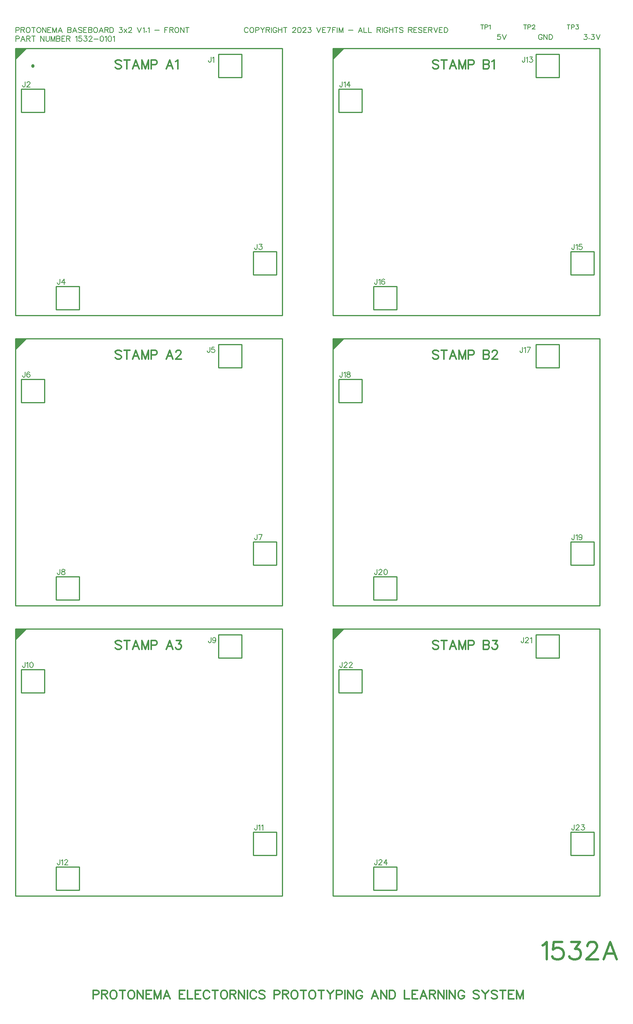
<source format=gto>
G04 Layer: TopSilkscreenLayer*
G04 EasyEDA v6.5.22, 2023-04-02 16:29:49*
G04 1135aa0c46e14357a5d69858543a1a0d,5a6b42c53f6a479593ecc07194224c93,10*
G04 Gerber Generator version 0.2*
G04 Scale: 100 percent, Rotated: No, Reflected: No *
G04 Dimensions in millimeters *
G04 leading zeros omitted , absolute positions ,4 integer and 5 decimal *
%FSLAX45Y45*%
%MOMM*%

%ADD10C,0.2032*%
%ADD11C,0.2030*%
%ADD12C,0.3000*%
%ADD13C,0.1524*%
%ADD14C,0.5000*%
%ADD15C,0.2540*%
%ADD16C,0.6350*%
%ADD17C,0.0143*%

%LPD*%
D10*
X7581900Y21419058D02*
G01*
X7581900Y21304504D01*
X7581900Y21419058D02*
G01*
X7630922Y21419058D01*
X7647431Y21413470D01*
X7652765Y21408136D01*
X7658354Y21397213D01*
X7658354Y21380704D01*
X7652765Y21369781D01*
X7647431Y21364448D01*
X7630922Y21359113D01*
X7581900Y21359113D01*
X7694168Y21419058D02*
G01*
X7694168Y21304504D01*
X7694168Y21419058D02*
G01*
X7743443Y21419058D01*
X7759700Y21413470D01*
X7765288Y21408136D01*
X7770622Y21397213D01*
X7770622Y21386292D01*
X7765288Y21375370D01*
X7759700Y21369781D01*
X7743443Y21364448D01*
X7694168Y21364448D01*
X7732522Y21364448D02*
G01*
X7770622Y21304504D01*
X7839456Y21419058D02*
G01*
X7828534Y21413470D01*
X7817611Y21402548D01*
X7812024Y21391626D01*
X7806690Y21375370D01*
X7806690Y21348192D01*
X7812024Y21331681D01*
X7817611Y21320760D01*
X7828534Y21309837D01*
X7839456Y21304504D01*
X7861045Y21304504D01*
X7871968Y21309837D01*
X7882890Y21320760D01*
X7888477Y21331681D01*
X7893811Y21348192D01*
X7893811Y21375370D01*
X7888477Y21391626D01*
X7882890Y21402548D01*
X7871968Y21413470D01*
X7861045Y21419058D01*
X7839456Y21419058D01*
X7967979Y21419058D02*
G01*
X7967979Y21304504D01*
X7929879Y21419058D02*
G01*
X8006334Y21419058D01*
X8074913Y21419058D02*
G01*
X8063991Y21413470D01*
X8053070Y21402548D01*
X8047736Y21391626D01*
X8042147Y21375370D01*
X8042147Y21348192D01*
X8047736Y21331681D01*
X8053070Y21320760D01*
X8063991Y21309837D01*
X8074913Y21304504D01*
X8096758Y21304504D01*
X8107679Y21309837D01*
X8118602Y21320760D01*
X8124190Y21331681D01*
X8129524Y21348192D01*
X8129524Y21375370D01*
X8124190Y21391626D01*
X8118602Y21402548D01*
X8107679Y21413470D01*
X8096758Y21419058D01*
X8074913Y21419058D01*
X8165591Y21419058D02*
G01*
X8165591Y21304504D01*
X8165591Y21419058D02*
G01*
X8241791Y21304504D01*
X8241791Y21419058D02*
G01*
X8241791Y21304504D01*
X8277859Y21419058D02*
G01*
X8277859Y21304504D01*
X8277859Y21419058D02*
G01*
X8348725Y21419058D01*
X8277859Y21364448D02*
G01*
X8321547Y21364448D01*
X8277859Y21304504D02*
G01*
X8348725Y21304504D01*
X8384793Y21419058D02*
G01*
X8384793Y21304504D01*
X8384793Y21419058D02*
G01*
X8428481Y21304504D01*
X8472170Y21419058D02*
G01*
X8428481Y21304504D01*
X8472170Y21419058D02*
G01*
X8472170Y21304504D01*
X8551672Y21419058D02*
G01*
X8507984Y21304504D01*
X8551672Y21419058D02*
G01*
X8595359Y21304504D01*
X8524493Y21342604D02*
G01*
X8579104Y21342604D01*
X8715247Y21419058D02*
G01*
X8715247Y21304504D01*
X8715247Y21419058D02*
G01*
X8764524Y21419058D01*
X8780779Y21413470D01*
X8786368Y21408136D01*
X8791702Y21397213D01*
X8791702Y21386292D01*
X8786368Y21375370D01*
X8780779Y21369781D01*
X8764524Y21364448D01*
X8715247Y21364448D02*
G01*
X8764524Y21364448D01*
X8780779Y21359113D01*
X8786368Y21353526D01*
X8791702Y21342604D01*
X8791702Y21326348D01*
X8786368Y21315426D01*
X8780779Y21309837D01*
X8764524Y21304504D01*
X8715247Y21304504D01*
X8871458Y21419058D02*
G01*
X8827770Y21304504D01*
X8871458Y21419058D02*
G01*
X8914891Y21304504D01*
X8844025Y21342604D02*
G01*
X8898636Y21342604D01*
X9027413Y21402548D02*
G01*
X9016491Y21413470D01*
X8999981Y21419058D01*
X8978138Y21419058D01*
X8961881Y21413470D01*
X8950959Y21402548D01*
X8950959Y21391626D01*
X8956547Y21380704D01*
X8961881Y21375370D01*
X8972804Y21369781D01*
X9005570Y21359113D01*
X9016491Y21353526D01*
X9021825Y21348192D01*
X9027413Y21337270D01*
X9027413Y21320760D01*
X9016491Y21309837D01*
X8999981Y21304504D01*
X8978138Y21304504D01*
X8961881Y21309837D01*
X8950959Y21320760D01*
X9063227Y21419058D02*
G01*
X9063227Y21304504D01*
X9063227Y21419058D02*
G01*
X9134347Y21419058D01*
X9063227Y21364448D02*
G01*
X9106915Y21364448D01*
X9063227Y21304504D02*
G01*
X9134347Y21304504D01*
X9170161Y21419058D02*
G01*
X9170161Y21304504D01*
X9170161Y21419058D02*
G01*
X9219438Y21419058D01*
X9235693Y21413470D01*
X9241281Y21408136D01*
X9246615Y21397213D01*
X9246615Y21386292D01*
X9241281Y21375370D01*
X9235693Y21369781D01*
X9219438Y21364448D01*
X9170161Y21364448D02*
G01*
X9219438Y21364448D01*
X9235693Y21359113D01*
X9241281Y21353526D01*
X9246615Y21342604D01*
X9246615Y21326348D01*
X9241281Y21315426D01*
X9235693Y21309837D01*
X9219438Y21304504D01*
X9170161Y21304504D01*
X9315450Y21419058D02*
G01*
X9304527Y21413470D01*
X9293606Y21402548D01*
X9288018Y21391626D01*
X9282684Y21375370D01*
X9282684Y21348192D01*
X9288018Y21331681D01*
X9293606Y21320760D01*
X9304527Y21309837D01*
X9315450Y21304504D01*
X9337293Y21304504D01*
X9347961Y21309837D01*
X9358884Y21320760D01*
X9364472Y21331681D01*
X9369806Y21348192D01*
X9369806Y21375370D01*
X9364472Y21391626D01*
X9358884Y21402548D01*
X9347961Y21413470D01*
X9337293Y21419058D01*
X9315450Y21419058D01*
X9449561Y21419058D02*
G01*
X9405874Y21304504D01*
X9449561Y21419058D02*
G01*
X9493250Y21304504D01*
X9422384Y21342604D02*
G01*
X9476740Y21342604D01*
X9529063Y21419058D02*
G01*
X9529063Y21304504D01*
X9529063Y21419058D02*
G01*
X9578340Y21419058D01*
X9594595Y21413470D01*
X9600184Y21408136D01*
X9605518Y21397213D01*
X9605518Y21386292D01*
X9600184Y21375370D01*
X9594595Y21369781D01*
X9578340Y21364448D01*
X9529063Y21364448D01*
X9567418Y21364448D02*
G01*
X9605518Y21304504D01*
X9641586Y21419058D02*
G01*
X9641586Y21304504D01*
X9641586Y21419058D02*
G01*
X9679686Y21419058D01*
X9696195Y21413470D01*
X9706863Y21402548D01*
X9712452Y21391626D01*
X9717786Y21375370D01*
X9717786Y21348192D01*
X9712452Y21331681D01*
X9706863Y21320760D01*
X9696195Y21309837D01*
X9679686Y21304504D01*
X9641586Y21304504D01*
X9848850Y21419058D02*
G01*
X9908793Y21419058D01*
X9876027Y21375370D01*
X9892538Y21375370D01*
X9903459Y21369781D01*
X9908793Y21364448D01*
X9914381Y21348192D01*
X9914381Y21337270D01*
X9908793Y21320760D01*
X9897872Y21309837D01*
X9881615Y21304504D01*
X9865106Y21304504D01*
X9848850Y21309837D01*
X9843261Y21315426D01*
X9837927Y21326348D01*
X9950195Y21380704D02*
G01*
X10010140Y21304504D01*
X10010140Y21380704D02*
G01*
X9950195Y21304504D01*
X10051795Y21391626D02*
G01*
X10051795Y21397213D01*
X10057129Y21408136D01*
X10062718Y21413470D01*
X10073640Y21419058D01*
X10095229Y21419058D01*
X10106152Y21413470D01*
X10111740Y21408136D01*
X10117074Y21397213D01*
X10117074Y21386292D01*
X10111740Y21375370D01*
X10100818Y21359113D01*
X10046208Y21304504D01*
X10122661Y21304504D01*
X10242550Y21419058D02*
G01*
X10286238Y21304504D01*
X10329925Y21419058D02*
G01*
X10286238Y21304504D01*
X10365993Y21397213D02*
G01*
X10376915Y21402548D01*
X10393172Y21419058D01*
X10393172Y21304504D01*
X10434574Y21331681D02*
G01*
X10429240Y21326348D01*
X10434574Y21320760D01*
X10440161Y21326348D01*
X10434574Y21331681D01*
X10475975Y21397213D02*
G01*
X10486897Y21402548D01*
X10503408Y21419058D01*
X10503408Y21304504D01*
X10623295Y21353526D02*
G01*
X10721593Y21353526D01*
X10841481Y21419058D02*
G01*
X10841481Y21304504D01*
X10841481Y21419058D02*
G01*
X10912347Y21419058D01*
X10841481Y21364448D02*
G01*
X10885170Y21364448D01*
X10948415Y21419058D02*
G01*
X10948415Y21304504D01*
X10948415Y21419058D02*
G01*
X10997438Y21419058D01*
X11013947Y21413470D01*
X11019281Y21408136D01*
X11024870Y21397213D01*
X11024870Y21386292D01*
X11019281Y21375370D01*
X11013947Y21369781D01*
X10997438Y21364448D01*
X10948415Y21364448D01*
X10986515Y21364448D02*
G01*
X11024870Y21304504D01*
X11093450Y21419058D02*
G01*
X11082527Y21413470D01*
X11071606Y21402548D01*
X11066272Y21391626D01*
X11060684Y21375370D01*
X11060684Y21348192D01*
X11066272Y21331681D01*
X11071606Y21320760D01*
X11082527Y21309837D01*
X11093450Y21304504D01*
X11115293Y21304504D01*
X11126215Y21309837D01*
X11137138Y21320760D01*
X11142725Y21331681D01*
X11148059Y21348192D01*
X11148059Y21375370D01*
X11142725Y21391626D01*
X11137138Y21402548D01*
X11126215Y21413470D01*
X11115293Y21419058D01*
X11093450Y21419058D01*
X11184127Y21419058D02*
G01*
X11184127Y21304504D01*
X11184127Y21419058D02*
G01*
X11260327Y21304504D01*
X11260327Y21419058D02*
G01*
X11260327Y21304504D01*
X11334495Y21419058D02*
G01*
X11334495Y21304504D01*
X11296395Y21419058D02*
G01*
X11372850Y21419058D01*
X7581900Y21228558D02*
G01*
X7581900Y21114004D01*
X7581900Y21228558D02*
G01*
X7630922Y21228558D01*
X7647431Y21222970D01*
X7652765Y21217636D01*
X7658354Y21206713D01*
X7658354Y21190204D01*
X7652765Y21179281D01*
X7647431Y21173948D01*
X7630922Y21168613D01*
X7581900Y21168613D01*
X7737856Y21228558D02*
G01*
X7694168Y21114004D01*
X7737856Y21228558D02*
G01*
X7781543Y21114004D01*
X7710677Y21152104D02*
G01*
X7765288Y21152104D01*
X7817611Y21228558D02*
G01*
X7817611Y21114004D01*
X7817611Y21228558D02*
G01*
X7866634Y21228558D01*
X7882890Y21222970D01*
X7888477Y21217636D01*
X7893811Y21206713D01*
X7893811Y21195792D01*
X7888477Y21184870D01*
X7882890Y21179281D01*
X7866634Y21173948D01*
X7817611Y21173948D01*
X7855711Y21173948D02*
G01*
X7893811Y21114004D01*
X7967979Y21228558D02*
G01*
X7967979Y21114004D01*
X7929879Y21228558D02*
G01*
X8006334Y21228558D01*
X8126222Y21228558D02*
G01*
X8126222Y21114004D01*
X8126222Y21228558D02*
G01*
X8202675Y21114004D01*
X8202675Y21228558D02*
G01*
X8202675Y21114004D01*
X8238743Y21228558D02*
G01*
X8238743Y21146770D01*
X8244077Y21130260D01*
X8255000Y21119337D01*
X8271256Y21114004D01*
X8282177Y21114004D01*
X8298688Y21119337D01*
X8309609Y21130260D01*
X8314943Y21146770D01*
X8314943Y21228558D01*
X8351011Y21228558D02*
G01*
X8351011Y21114004D01*
X8351011Y21228558D02*
G01*
X8394700Y21114004D01*
X8438388Y21228558D02*
G01*
X8394700Y21114004D01*
X8438388Y21228558D02*
G01*
X8438388Y21114004D01*
X8474202Y21228558D02*
G01*
X8474202Y21114004D01*
X8474202Y21228558D02*
G01*
X8523477Y21228558D01*
X8539734Y21222970D01*
X8545068Y21217636D01*
X8550656Y21206713D01*
X8550656Y21195792D01*
X8545068Y21184870D01*
X8539734Y21179281D01*
X8523477Y21173948D01*
X8474202Y21173948D02*
G01*
X8523477Y21173948D01*
X8539734Y21168613D01*
X8545068Y21163026D01*
X8550656Y21152104D01*
X8550656Y21135848D01*
X8545068Y21124926D01*
X8539734Y21119337D01*
X8523477Y21114004D01*
X8474202Y21114004D01*
X8586724Y21228558D02*
G01*
X8586724Y21114004D01*
X8586724Y21228558D02*
G01*
X8657590Y21228558D01*
X8586724Y21173948D02*
G01*
X8630158Y21173948D01*
X8586724Y21114004D02*
G01*
X8657590Y21114004D01*
X8693658Y21228558D02*
G01*
X8693658Y21114004D01*
X8693658Y21228558D02*
G01*
X8742679Y21228558D01*
X8758936Y21222970D01*
X8764524Y21217636D01*
X8769858Y21206713D01*
X8769858Y21195792D01*
X8764524Y21184870D01*
X8758936Y21179281D01*
X8742679Y21173948D01*
X8693658Y21173948D01*
X8731758Y21173948D02*
G01*
X8769858Y21114004D01*
X8890000Y21206713D02*
G01*
X8900922Y21212048D01*
X8917177Y21228558D01*
X8917177Y21114004D01*
X9018524Y21228558D02*
G01*
X8964168Y21228558D01*
X8958579Y21179281D01*
X8964168Y21184870D01*
X8980424Y21190204D01*
X8996679Y21190204D01*
X9013190Y21184870D01*
X9024111Y21173948D01*
X9029445Y21157692D01*
X9029445Y21146770D01*
X9024111Y21130260D01*
X9013190Y21119337D01*
X8996679Y21114004D01*
X8980424Y21114004D01*
X8964168Y21119337D01*
X8958579Y21124926D01*
X8953245Y21135848D01*
X9076436Y21228558D02*
G01*
X9136379Y21228558D01*
X9103613Y21184870D01*
X9120124Y21184870D01*
X9131045Y21179281D01*
X9136379Y21173948D01*
X9141968Y21157692D01*
X9141968Y21146770D01*
X9136379Y21130260D01*
X9125458Y21119337D01*
X9109202Y21114004D01*
X9092691Y21114004D01*
X9076436Y21119337D01*
X9071102Y21124926D01*
X9065513Y21135848D01*
X9183370Y21201126D02*
G01*
X9183370Y21206713D01*
X9188704Y21217636D01*
X9194291Y21222970D01*
X9205213Y21228558D01*
X9227058Y21228558D01*
X9237979Y21222970D01*
X9243313Y21217636D01*
X9248902Y21206713D01*
X9248902Y21195792D01*
X9243313Y21184870D01*
X9232391Y21168613D01*
X9177781Y21114004D01*
X9254236Y21114004D01*
X9290304Y21163026D02*
G01*
X9388347Y21163026D01*
X9457181Y21228558D02*
G01*
X9440925Y21222970D01*
X9430004Y21206713D01*
X9424415Y21179281D01*
X9424415Y21163026D01*
X9430004Y21135848D01*
X9440925Y21119337D01*
X9457181Y21114004D01*
X9468104Y21114004D01*
X9484359Y21119337D01*
X9495281Y21135848D01*
X9500870Y21163026D01*
X9500870Y21179281D01*
X9495281Y21206713D01*
X9484359Y21222970D01*
X9468104Y21228558D01*
X9457181Y21228558D01*
X9536684Y21206713D02*
G01*
X9547606Y21212048D01*
X9564115Y21228558D01*
X9564115Y21114004D01*
X9632695Y21228558D02*
G01*
X9616440Y21222970D01*
X9605518Y21206713D01*
X9600184Y21179281D01*
X9600184Y21163026D01*
X9605518Y21135848D01*
X9616440Y21119337D01*
X9632695Y21114004D01*
X9643618Y21114004D01*
X9660127Y21119337D01*
X9671050Y21135848D01*
X9676384Y21163026D01*
X9676384Y21179281D01*
X9671050Y21206713D01*
X9660127Y21222970D01*
X9643618Y21228558D01*
X9632695Y21228558D01*
X9712452Y21206713D02*
G01*
X9723374Y21212048D01*
X9739629Y21228558D01*
X9739629Y21114004D01*
D11*
X12667488Y21391626D02*
G01*
X12662154Y21402548D01*
X12651231Y21413470D01*
X12640309Y21419058D01*
X12618465Y21419058D01*
X12607543Y21413470D01*
X12596622Y21402548D01*
X12591034Y21391626D01*
X12585700Y21375370D01*
X12585700Y21348192D01*
X12591034Y21331681D01*
X12596622Y21320760D01*
X12607543Y21309837D01*
X12618465Y21304504D01*
X12640309Y21304504D01*
X12651231Y21309837D01*
X12662154Y21320760D01*
X12667488Y21331681D01*
X12736322Y21419058D02*
G01*
X12725400Y21413470D01*
X12714477Y21402548D01*
X12708890Y21391626D01*
X12703556Y21375370D01*
X12703556Y21348192D01*
X12708890Y21331681D01*
X12714477Y21320760D01*
X12725400Y21309837D01*
X12736322Y21304504D01*
X12758165Y21304504D01*
X12769088Y21309837D01*
X12779756Y21320760D01*
X12785343Y21331681D01*
X12790677Y21348192D01*
X12790677Y21375370D01*
X12785343Y21391626D01*
X12779756Y21402548D01*
X12769088Y21413470D01*
X12758165Y21419058D01*
X12736322Y21419058D01*
X12826745Y21419058D02*
G01*
X12826745Y21304504D01*
X12826745Y21419058D02*
G01*
X12875768Y21419058D01*
X12892277Y21413470D01*
X12897611Y21408136D01*
X12903200Y21397213D01*
X12903200Y21380704D01*
X12897611Y21369781D01*
X12892277Y21364448D01*
X12875768Y21359113D01*
X12826745Y21359113D01*
X12939268Y21419058D02*
G01*
X12982702Y21364448D01*
X12982702Y21304504D01*
X13026390Y21419058D02*
G01*
X12982702Y21364448D01*
X13062458Y21419058D02*
G01*
X13062458Y21304504D01*
X13062458Y21419058D02*
G01*
X13111479Y21419058D01*
X13127990Y21413470D01*
X13133324Y21408136D01*
X13138911Y21397213D01*
X13138911Y21386292D01*
X13133324Y21375370D01*
X13127990Y21369781D01*
X13111479Y21364448D01*
X13062458Y21364448D01*
X13100558Y21364448D02*
G01*
X13138911Y21304504D01*
X13174725Y21419058D02*
G01*
X13174725Y21304504D01*
X13292581Y21391626D02*
G01*
X13287247Y21402548D01*
X13276325Y21413470D01*
X13265404Y21419058D01*
X13243559Y21419058D01*
X13232638Y21413470D01*
X13221716Y21402548D01*
X13216127Y21391626D01*
X13210793Y21375370D01*
X13210793Y21348192D01*
X13216127Y21331681D01*
X13221716Y21320760D01*
X13232638Y21309837D01*
X13243559Y21304504D01*
X13265404Y21304504D01*
X13276325Y21309837D01*
X13287247Y21320760D01*
X13292581Y21331681D01*
X13292581Y21348192D01*
X13265404Y21348192D02*
G01*
X13292581Y21348192D01*
X13328650Y21419058D02*
G01*
X13328650Y21304504D01*
X13404850Y21419058D02*
G01*
X13404850Y21304504D01*
X13328650Y21364448D02*
G01*
X13404850Y21364448D01*
X13479272Y21419058D02*
G01*
X13479272Y21304504D01*
X13440918Y21419058D02*
G01*
X13517372Y21419058D01*
X13642847Y21391626D02*
G01*
X13642847Y21397213D01*
X13648181Y21408136D01*
X13653770Y21413470D01*
X13664691Y21419058D01*
X13686536Y21419058D01*
X13697458Y21413470D01*
X13702791Y21408136D01*
X13708125Y21397213D01*
X13708125Y21386292D01*
X13702791Y21375370D01*
X13691870Y21359113D01*
X13637259Y21304504D01*
X13713713Y21304504D01*
X13782547Y21419058D02*
G01*
X13766038Y21413470D01*
X13755116Y21397213D01*
X13749781Y21369781D01*
X13749781Y21353526D01*
X13755116Y21326348D01*
X13766038Y21309837D01*
X13782547Y21304504D01*
X13793216Y21304504D01*
X13809725Y21309837D01*
X13820647Y21326348D01*
X13825981Y21353526D01*
X13825981Y21369781D01*
X13820647Y21397213D01*
X13809725Y21413470D01*
X13793216Y21419058D01*
X13782547Y21419058D01*
X13867638Y21391626D02*
G01*
X13867638Y21397213D01*
X13872972Y21408136D01*
X13878306Y21413470D01*
X13889227Y21419058D01*
X13911072Y21419058D01*
X13921993Y21413470D01*
X13927581Y21408136D01*
X13932916Y21397213D01*
X13932916Y21386292D01*
X13927581Y21375370D01*
X13916659Y21359113D01*
X13862050Y21304504D01*
X13938504Y21304504D01*
X13985240Y21419058D02*
G01*
X14045438Y21419058D01*
X14012672Y21375370D01*
X14028927Y21375370D01*
X14039850Y21369781D01*
X14045438Y21364448D01*
X14050772Y21348192D01*
X14050772Y21337270D01*
X14045438Y21320760D01*
X14034516Y21309837D01*
X14018006Y21304504D01*
X14001750Y21304504D01*
X13985240Y21309837D01*
X13979906Y21315426D01*
X13974318Y21326348D01*
X14170913Y21419058D02*
G01*
X14214347Y21304504D01*
X14258036Y21419058D02*
G01*
X14214347Y21304504D01*
X14294104Y21419058D02*
G01*
X14294104Y21304504D01*
X14294104Y21419058D02*
G01*
X14364970Y21419058D01*
X14294104Y21364448D02*
G01*
X14337791Y21364448D01*
X14294104Y21304504D02*
G01*
X14364970Y21304504D01*
X14477238Y21419058D02*
G01*
X14422881Y21304504D01*
X14401038Y21419058D02*
G01*
X14477238Y21419058D01*
X14513306Y21419058D02*
G01*
X14513306Y21304504D01*
X14513306Y21419058D02*
G01*
X14584172Y21419058D01*
X14513306Y21364448D02*
G01*
X14556993Y21364448D01*
X14620240Y21419058D02*
G01*
X14620240Y21304504D01*
X14656308Y21419058D02*
G01*
X14656308Y21304504D01*
X14656308Y21419058D02*
G01*
X14699995Y21304504D01*
X14743429Y21419058D02*
G01*
X14699995Y21304504D01*
X14743429Y21419058D02*
G01*
X14743429Y21304504D01*
X14863572Y21353526D02*
G01*
X14961616Y21353526D01*
X15125445Y21419058D02*
G01*
X15081758Y21304504D01*
X15125445Y21419058D02*
G01*
X15168879Y21304504D01*
X15098013Y21342604D02*
G01*
X15152624Y21342604D01*
X15204947Y21419058D02*
G01*
X15204947Y21304504D01*
X15204947Y21304504D02*
G01*
X15270479Y21304504D01*
X15306547Y21419058D02*
G01*
X15306547Y21304504D01*
X15306547Y21304504D02*
G01*
X15371825Y21304504D01*
X15491968Y21419058D02*
G01*
X15491968Y21304504D01*
X15491968Y21419058D02*
G01*
X15540990Y21419058D01*
X15557245Y21413470D01*
X15562834Y21408136D01*
X15568168Y21397213D01*
X15568168Y21386292D01*
X15562834Y21375370D01*
X15557245Y21369781D01*
X15540990Y21364448D01*
X15491968Y21364448D01*
X15530068Y21364448D02*
G01*
X15568168Y21304504D01*
X15604236Y21419058D02*
G01*
X15604236Y21304504D01*
X15722091Y21391626D02*
G01*
X15716504Y21402548D01*
X15705581Y21413470D01*
X15694659Y21419058D01*
X15673070Y21419058D01*
X15662147Y21413470D01*
X15651225Y21402548D01*
X15645638Y21391626D01*
X15640304Y21375370D01*
X15640304Y21348192D01*
X15645638Y21331681D01*
X15651225Y21320760D01*
X15662147Y21309837D01*
X15673070Y21304504D01*
X15694659Y21304504D01*
X15705581Y21309837D01*
X15716504Y21320760D01*
X15722091Y21331681D01*
X15722091Y21348192D01*
X15694659Y21348192D02*
G01*
X15722091Y21348192D01*
X15758159Y21419058D02*
G01*
X15758159Y21304504D01*
X15834359Y21419058D02*
G01*
X15834359Y21304504D01*
X15758159Y21364448D02*
G01*
X15834359Y21364448D01*
X15908527Y21419058D02*
G01*
X15908527Y21304504D01*
X15870427Y21419058D02*
G01*
X15946881Y21419058D01*
X16059150Y21402548D02*
G01*
X16048227Y21413470D01*
X16031972Y21419058D01*
X16010127Y21419058D01*
X15993618Y21413470D01*
X15982695Y21402548D01*
X15982695Y21391626D01*
X15988284Y21380704D01*
X15993618Y21375370D01*
X16004540Y21369781D01*
X16037306Y21359113D01*
X16048227Y21353526D01*
X16053816Y21348192D01*
X16059150Y21337270D01*
X16059150Y21320760D01*
X16048227Y21309837D01*
X16031972Y21304504D01*
X16010127Y21304504D01*
X15993618Y21309837D01*
X15982695Y21320760D01*
X16179038Y21419058D02*
G01*
X16179038Y21304504D01*
X16179038Y21419058D02*
G01*
X16228313Y21419058D01*
X16244570Y21413470D01*
X16250158Y21408136D01*
X16255491Y21397213D01*
X16255491Y21386292D01*
X16250158Y21375370D01*
X16244570Y21369781D01*
X16228313Y21364448D01*
X16179038Y21364448D01*
X16217391Y21364448D02*
G01*
X16255491Y21304504D01*
X16291559Y21419058D02*
G01*
X16291559Y21304504D01*
X16291559Y21419058D02*
G01*
X16362425Y21419058D01*
X16291559Y21364448D02*
G01*
X16335247Y21364448D01*
X16291559Y21304504D02*
G01*
X16362425Y21304504D01*
X16474693Y21402548D02*
G01*
X16463772Y21413470D01*
X16447516Y21419058D01*
X16425672Y21419058D01*
X16409416Y21413470D01*
X16398493Y21402548D01*
X16398493Y21391626D01*
X16403827Y21380704D01*
X16409416Y21375370D01*
X16420338Y21369781D01*
X16452850Y21359113D01*
X16463772Y21353526D01*
X16469359Y21348192D01*
X16474693Y21337270D01*
X16474693Y21320760D01*
X16463772Y21309837D01*
X16447516Y21304504D01*
X16425672Y21304504D01*
X16409416Y21309837D01*
X16398493Y21320760D01*
X16510761Y21419058D02*
G01*
X16510761Y21304504D01*
X16510761Y21419058D02*
G01*
X16581627Y21419058D01*
X16510761Y21364448D02*
G01*
X16554450Y21364448D01*
X16510761Y21304504D02*
G01*
X16581627Y21304504D01*
X16617695Y21419058D02*
G01*
X16617695Y21304504D01*
X16617695Y21419058D02*
G01*
X16666718Y21419058D01*
X16683227Y21413470D01*
X16688561Y21408136D01*
X16694150Y21397213D01*
X16694150Y21386292D01*
X16688561Y21375370D01*
X16683227Y21369781D01*
X16666718Y21364448D01*
X16617695Y21364448D01*
X16655795Y21364448D02*
G01*
X16694150Y21304504D01*
X16729963Y21419058D02*
G01*
X16773652Y21304504D01*
X16817340Y21419058D02*
G01*
X16773652Y21304504D01*
X16853408Y21419058D02*
G01*
X16853408Y21304504D01*
X16853408Y21419058D02*
G01*
X16924274Y21419058D01*
X16853408Y21364448D02*
G01*
X16896841Y21364448D01*
X16853408Y21304504D02*
G01*
X16924274Y21304504D01*
X16960341Y21419058D02*
G01*
X16960341Y21304504D01*
X16960341Y21419058D02*
G01*
X16998441Y21419058D01*
X17014698Y21413470D01*
X17025620Y21402548D01*
X17031208Y21391626D01*
X17036541Y21375370D01*
X17036541Y21348192D01*
X17031208Y21331681D01*
X17025620Y21320760D01*
X17014698Y21309837D01*
X16998441Y21304504D01*
X16960341Y21304504D01*
D12*
X9888727Y7977378D02*
G01*
X9870440Y7995665D01*
X9843261Y8004810D01*
X9806940Y8004810D01*
X9779508Y7995665D01*
X9761474Y7977378D01*
X9761474Y7959344D01*
X9770363Y7941055D01*
X9779508Y7931912D01*
X9797795Y7923021D01*
X9852406Y7904734D01*
X9870440Y7895589D01*
X9879584Y7886445D01*
X9888727Y7868412D01*
X9888727Y7840979D01*
X9870440Y7822945D01*
X9843261Y7813802D01*
X9806940Y7813802D01*
X9779508Y7822945D01*
X9761474Y7840979D01*
X10012425Y8004810D02*
G01*
X10012425Y7813802D01*
X9948672Y8004810D02*
G01*
X10075925Y8004810D01*
X10208768Y8004810D02*
G01*
X10135870Y7813802D01*
X10208768Y8004810D02*
G01*
X10281411Y7813802D01*
X10163302Y7877555D02*
G01*
X10254234Y7877555D01*
X10341356Y8004810D02*
G01*
X10341356Y7813802D01*
X10341356Y8004810D02*
G01*
X10414000Y7813802D01*
X10486897Y8004810D02*
G01*
X10414000Y7813802D01*
X10486897Y8004810D02*
G01*
X10486897Y7813802D01*
X10546841Y8004810D02*
G01*
X10546841Y7813802D01*
X10546841Y8004810D02*
G01*
X10628629Y8004810D01*
X10656061Y7995665D01*
X10664952Y7986521D01*
X10674095Y7968234D01*
X10674095Y7941055D01*
X10664952Y7923021D01*
X10656061Y7913878D01*
X10628629Y7904734D01*
X10546841Y7904734D01*
X10946891Y8004810D02*
G01*
X10874247Y7813802D01*
X10946891Y8004810D02*
G01*
X11019536Y7813802D01*
X10901425Y7877555D02*
G01*
X10992358Y7877555D01*
X11097768Y8004810D02*
G01*
X11197843Y8004810D01*
X11143234Y7931912D01*
X11170411Y7931912D01*
X11188700Y7923021D01*
X11197843Y7913878D01*
X11206734Y7886445D01*
X11206734Y7868412D01*
X11197843Y7840979D01*
X11179556Y7822945D01*
X11152377Y7813802D01*
X11124945Y7813802D01*
X11097768Y7822945D01*
X11088624Y7832089D01*
X11079479Y7850123D01*
X16832834Y7977378D02*
G01*
X16814545Y7995665D01*
X16787368Y8004810D01*
X16751045Y8004810D01*
X16723613Y7995665D01*
X16705579Y7977378D01*
X16705579Y7959344D01*
X16714470Y7941055D01*
X16723613Y7931912D01*
X16741902Y7923021D01*
X16796511Y7904734D01*
X16814545Y7895589D01*
X16823690Y7886445D01*
X16832834Y7868412D01*
X16832834Y7840979D01*
X16814545Y7822945D01*
X16787368Y7813802D01*
X16751045Y7813802D01*
X16723613Y7822945D01*
X16705579Y7840979D01*
X16956531Y8004810D02*
G01*
X16956531Y7813802D01*
X16892777Y8004810D02*
G01*
X17020031Y8004810D01*
X17152874Y8004810D02*
G01*
X17079975Y7813802D01*
X17152874Y8004810D02*
G01*
X17225518Y7813802D01*
X17107408Y7877555D02*
G01*
X17198340Y7877555D01*
X17285461Y8004810D02*
G01*
X17285461Y7813802D01*
X17285461Y8004810D02*
G01*
X17358106Y7813802D01*
X17431004Y8004810D02*
G01*
X17358106Y7813802D01*
X17431004Y8004810D02*
G01*
X17431004Y7813802D01*
X17490948Y8004810D02*
G01*
X17490948Y7813802D01*
X17490948Y8004810D02*
G01*
X17572736Y8004810D01*
X17600168Y7995665D01*
X17609058Y7986521D01*
X17618202Y7968234D01*
X17618202Y7941055D01*
X17609058Y7923021D01*
X17600168Y7913878D01*
X17572736Y7904734D01*
X17490948Y7904734D01*
X17818354Y8004810D02*
G01*
X17818354Y7813802D01*
X17818354Y8004810D02*
G01*
X17900141Y8004810D01*
X17927320Y7995665D01*
X17936463Y7986521D01*
X17945608Y7968234D01*
X17945608Y7950200D01*
X17936463Y7931912D01*
X17927320Y7923021D01*
X17900141Y7913878D01*
X17818354Y7913878D02*
G01*
X17900141Y7913878D01*
X17927320Y7904734D01*
X17936463Y7895589D01*
X17945608Y7877555D01*
X17945608Y7850123D01*
X17936463Y7832089D01*
X17927320Y7822945D01*
X17900141Y7813802D01*
X17818354Y7813802D01*
X18023586Y8004810D02*
G01*
X18123661Y8004810D01*
X18069052Y7931912D01*
X18096484Y7931912D01*
X18114518Y7923021D01*
X18123661Y7913878D01*
X18132806Y7886445D01*
X18132806Y7868412D01*
X18123661Y7840979D01*
X18105627Y7822945D01*
X18078195Y7813802D01*
X18051018Y7813802D01*
X18023586Y7822945D01*
X18014695Y7832089D01*
X18005552Y7850123D01*
X9888727Y20677378D02*
G01*
X9870440Y20695666D01*
X9843261Y20704810D01*
X9806940Y20704810D01*
X9779508Y20695666D01*
X9761474Y20677378D01*
X9761474Y20659344D01*
X9770363Y20641055D01*
X9779508Y20631912D01*
X9797795Y20623021D01*
X9852406Y20604734D01*
X9870440Y20595589D01*
X9879584Y20586445D01*
X9888727Y20568412D01*
X9888727Y20540979D01*
X9870440Y20522945D01*
X9843261Y20513802D01*
X9806940Y20513802D01*
X9779508Y20522945D01*
X9761474Y20540979D01*
X10012425Y20704810D02*
G01*
X10012425Y20513802D01*
X9948672Y20704810D02*
G01*
X10075925Y20704810D01*
X10208768Y20704810D02*
G01*
X10135870Y20513802D01*
X10208768Y20704810D02*
G01*
X10281411Y20513802D01*
X10163302Y20577555D02*
G01*
X10254234Y20577555D01*
X10341356Y20704810D02*
G01*
X10341356Y20513802D01*
X10341356Y20704810D02*
G01*
X10414000Y20513802D01*
X10486897Y20704810D02*
G01*
X10414000Y20513802D01*
X10486897Y20704810D02*
G01*
X10486897Y20513802D01*
X10546841Y20704810D02*
G01*
X10546841Y20513802D01*
X10546841Y20704810D02*
G01*
X10628629Y20704810D01*
X10656061Y20695666D01*
X10664952Y20686521D01*
X10674095Y20668234D01*
X10674095Y20641055D01*
X10664952Y20623021D01*
X10656061Y20613878D01*
X10628629Y20604734D01*
X10546841Y20604734D01*
X10946891Y20704810D02*
G01*
X10874247Y20513802D01*
X10946891Y20704810D02*
G01*
X11019536Y20513802D01*
X10901425Y20577555D02*
G01*
X10992358Y20577555D01*
X11079479Y20668234D02*
G01*
X11097768Y20677378D01*
X11124945Y20704810D01*
X11124945Y20513802D01*
X16832834Y20677378D02*
G01*
X16814545Y20695666D01*
X16787368Y20704810D01*
X16751045Y20704810D01*
X16723613Y20695666D01*
X16705579Y20677378D01*
X16705579Y20659344D01*
X16714470Y20641055D01*
X16723613Y20631912D01*
X16741902Y20623021D01*
X16796511Y20604734D01*
X16814545Y20595589D01*
X16823690Y20586445D01*
X16832834Y20568412D01*
X16832834Y20540979D01*
X16814545Y20522945D01*
X16787368Y20513802D01*
X16751045Y20513802D01*
X16723613Y20522945D01*
X16705579Y20540979D01*
X16956531Y20704810D02*
G01*
X16956531Y20513802D01*
X16892777Y20704810D02*
G01*
X17020031Y20704810D01*
X17152874Y20704810D02*
G01*
X17079975Y20513802D01*
X17152874Y20704810D02*
G01*
X17225518Y20513802D01*
X17107408Y20577555D02*
G01*
X17198340Y20577555D01*
X17285461Y20704810D02*
G01*
X17285461Y20513802D01*
X17285461Y20704810D02*
G01*
X17358106Y20513802D01*
X17431004Y20704810D02*
G01*
X17358106Y20513802D01*
X17431004Y20704810D02*
G01*
X17431004Y20513802D01*
X17490948Y20704810D02*
G01*
X17490948Y20513802D01*
X17490948Y20704810D02*
G01*
X17572736Y20704810D01*
X17600168Y20695666D01*
X17609058Y20686521D01*
X17618202Y20668234D01*
X17618202Y20641055D01*
X17609058Y20623021D01*
X17600168Y20613878D01*
X17572736Y20604734D01*
X17490948Y20604734D01*
X17818354Y20704810D02*
G01*
X17818354Y20513802D01*
X17818354Y20704810D02*
G01*
X17900141Y20704810D01*
X17927320Y20695666D01*
X17936463Y20686521D01*
X17945608Y20668234D01*
X17945608Y20650200D01*
X17936463Y20631912D01*
X17927320Y20623021D01*
X17900141Y20613878D01*
X17818354Y20613878D02*
G01*
X17900141Y20613878D01*
X17927320Y20604734D01*
X17936463Y20595589D01*
X17945608Y20577555D01*
X17945608Y20550124D01*
X17936463Y20532089D01*
X17927320Y20522945D01*
X17900141Y20513802D01*
X17818354Y20513802D01*
X18005552Y20668234D02*
G01*
X18023586Y20677378D01*
X18051018Y20704810D01*
X18051018Y20513802D01*
X9888727Y14327378D02*
G01*
X9870440Y14345666D01*
X9843261Y14354810D01*
X9806940Y14354810D01*
X9779508Y14345666D01*
X9761474Y14327378D01*
X9761474Y14309344D01*
X9770363Y14291055D01*
X9779508Y14281912D01*
X9797795Y14273021D01*
X9852406Y14254734D01*
X9870440Y14245589D01*
X9879584Y14236445D01*
X9888727Y14218412D01*
X9888727Y14190979D01*
X9870440Y14172945D01*
X9843261Y14163802D01*
X9806940Y14163802D01*
X9779508Y14172945D01*
X9761474Y14190979D01*
X10012425Y14354810D02*
G01*
X10012425Y14163802D01*
X9948672Y14354810D02*
G01*
X10075925Y14354810D01*
X10208768Y14354810D02*
G01*
X10135870Y14163802D01*
X10208768Y14354810D02*
G01*
X10281411Y14163802D01*
X10163302Y14227555D02*
G01*
X10254234Y14227555D01*
X10341356Y14354810D02*
G01*
X10341356Y14163802D01*
X10341356Y14354810D02*
G01*
X10414000Y14163802D01*
X10486897Y14354810D02*
G01*
X10414000Y14163802D01*
X10486897Y14354810D02*
G01*
X10486897Y14163802D01*
X10546841Y14354810D02*
G01*
X10546841Y14163802D01*
X10546841Y14354810D02*
G01*
X10628629Y14354810D01*
X10656061Y14345666D01*
X10664952Y14336521D01*
X10674095Y14318234D01*
X10674095Y14291055D01*
X10664952Y14273021D01*
X10656061Y14263878D01*
X10628629Y14254734D01*
X10546841Y14254734D01*
X10946891Y14354810D02*
G01*
X10874247Y14163802D01*
X10946891Y14354810D02*
G01*
X11019536Y14163802D01*
X10901425Y14227555D02*
G01*
X10992358Y14227555D01*
X11088624Y14309344D02*
G01*
X11088624Y14318234D01*
X11097768Y14336521D01*
X11106911Y14345666D01*
X11124945Y14354810D01*
X11161522Y14354810D01*
X11179556Y14345666D01*
X11188700Y14336521D01*
X11197843Y14318234D01*
X11197843Y14300200D01*
X11188700Y14281912D01*
X11170411Y14254734D01*
X11079479Y14163802D01*
X11206734Y14163802D01*
X16832834Y14327378D02*
G01*
X16814545Y14345666D01*
X16787368Y14354810D01*
X16751045Y14354810D01*
X16723613Y14345666D01*
X16705579Y14327378D01*
X16705579Y14309344D01*
X16714470Y14291055D01*
X16723613Y14281912D01*
X16741902Y14273021D01*
X16796511Y14254734D01*
X16814545Y14245589D01*
X16823690Y14236445D01*
X16832834Y14218412D01*
X16832834Y14190979D01*
X16814545Y14172945D01*
X16787368Y14163802D01*
X16751045Y14163802D01*
X16723613Y14172945D01*
X16705579Y14190979D01*
X16956531Y14354810D02*
G01*
X16956531Y14163802D01*
X16892777Y14354810D02*
G01*
X17020031Y14354810D01*
X17152874Y14354810D02*
G01*
X17079975Y14163802D01*
X17152874Y14354810D02*
G01*
X17225518Y14163802D01*
X17107408Y14227555D02*
G01*
X17198340Y14227555D01*
X17285461Y14354810D02*
G01*
X17285461Y14163802D01*
X17285461Y14354810D02*
G01*
X17358106Y14163802D01*
X17431004Y14354810D02*
G01*
X17358106Y14163802D01*
X17431004Y14354810D02*
G01*
X17431004Y14163802D01*
X17490948Y14354810D02*
G01*
X17490948Y14163802D01*
X17490948Y14354810D02*
G01*
X17572736Y14354810D01*
X17600168Y14345666D01*
X17609058Y14336521D01*
X17618202Y14318234D01*
X17618202Y14291055D01*
X17609058Y14273021D01*
X17600168Y14263878D01*
X17572736Y14254734D01*
X17490948Y14254734D01*
X17818354Y14354810D02*
G01*
X17818354Y14163802D01*
X17818354Y14354810D02*
G01*
X17900141Y14354810D01*
X17927320Y14345666D01*
X17936463Y14336521D01*
X17945608Y14318234D01*
X17945608Y14300200D01*
X17936463Y14281912D01*
X17927320Y14273021D01*
X17900141Y14263878D01*
X17818354Y14263878D02*
G01*
X17900141Y14263878D01*
X17927320Y14254734D01*
X17936463Y14245589D01*
X17945608Y14227555D01*
X17945608Y14200124D01*
X17936463Y14182089D01*
X17927320Y14172945D01*
X17900141Y14163802D01*
X17818354Y14163802D01*
X18014695Y14309344D02*
G01*
X18014695Y14318234D01*
X18023586Y14336521D01*
X18032729Y14345666D01*
X18051018Y14354810D01*
X18087340Y14354810D01*
X18105627Y14345666D01*
X18114518Y14336521D01*
X18123661Y14318234D01*
X18123661Y14300200D01*
X18114518Y14281912D01*
X18096484Y14254734D01*
X18005552Y14163802D01*
X18132806Y14163802D01*
X9271000Y354329D02*
G01*
X9271000Y163321D01*
X9271000Y354329D02*
G01*
X9352788Y354329D01*
X9379965Y345186D01*
X9389109Y336042D01*
X9398254Y317754D01*
X9398254Y290576D01*
X9389109Y272287D01*
X9379965Y263397D01*
X9352788Y254254D01*
X9271000Y254254D01*
X9458197Y354329D02*
G01*
X9458197Y163321D01*
X9458197Y354329D02*
G01*
X9539986Y354329D01*
X9567418Y345186D01*
X9576561Y336042D01*
X9585452Y317754D01*
X9585452Y299720D01*
X9576561Y281431D01*
X9567418Y272287D01*
X9539986Y263397D01*
X9458197Y263397D01*
X9521952Y263397D02*
G01*
X9585452Y163321D01*
X9700006Y354329D02*
G01*
X9681972Y345186D01*
X9663684Y326897D01*
X9654540Y308863D01*
X9645650Y281431D01*
X9645650Y235965D01*
X9654540Y208787D01*
X9663684Y190500D01*
X9681972Y172465D01*
X9700006Y163321D01*
X9736327Y163321D01*
X9754615Y172465D01*
X9772904Y190500D01*
X9781793Y208787D01*
X9790938Y235965D01*
X9790938Y281431D01*
X9781793Y308863D01*
X9772904Y326897D01*
X9754615Y345186D01*
X9736327Y354329D01*
X9700006Y354329D01*
X9914636Y354329D02*
G01*
X9914636Y163321D01*
X9850881Y354329D02*
G01*
X9978390Y354329D01*
X10092690Y354329D02*
G01*
X10074656Y345186D01*
X10056368Y326897D01*
X10047477Y308863D01*
X10038334Y281431D01*
X10038334Y235965D01*
X10047477Y208787D01*
X10056368Y190500D01*
X10074656Y172465D01*
X10092690Y163321D01*
X10129265Y163321D01*
X10147300Y172465D01*
X10165588Y190500D01*
X10174731Y208787D01*
X10183622Y235965D01*
X10183622Y281431D01*
X10174731Y308863D01*
X10165588Y326897D01*
X10147300Y345186D01*
X10129265Y354329D01*
X10092690Y354329D01*
X10243820Y354329D02*
G01*
X10243820Y163321D01*
X10243820Y354329D02*
G01*
X10371074Y163321D01*
X10371074Y354329D02*
G01*
X10371074Y163321D01*
X10431018Y354329D02*
G01*
X10431018Y163321D01*
X10431018Y354329D02*
G01*
X10549127Y354329D01*
X10431018Y263397D02*
G01*
X10503661Y263397D01*
X10431018Y163321D02*
G01*
X10549127Y163321D01*
X10609072Y354329D02*
G01*
X10609072Y163321D01*
X10609072Y354329D02*
G01*
X10681970Y163321D01*
X10754613Y354329D02*
G01*
X10681970Y163321D01*
X10754613Y354329D02*
G01*
X10754613Y163321D01*
X10887456Y354329D02*
G01*
X10814558Y163321D01*
X10887456Y354329D02*
G01*
X10960100Y163321D01*
X10841990Y226821D02*
G01*
X10932922Y226821D01*
X11159997Y354329D02*
G01*
X11159997Y163321D01*
X11159997Y354329D02*
G01*
X11278361Y354329D01*
X11159997Y263397D02*
G01*
X11232895Y263397D01*
X11159997Y163321D02*
G01*
X11278361Y163321D01*
X11338306Y354329D02*
G01*
X11338306Y163321D01*
X11338306Y163321D02*
G01*
X11447272Y163321D01*
X11507470Y354329D02*
G01*
X11507470Y163321D01*
X11507470Y354329D02*
G01*
X11625579Y354329D01*
X11507470Y263397D02*
G01*
X11580113Y263397D01*
X11507470Y163321D02*
G01*
X11625579Y163321D01*
X11821922Y308863D02*
G01*
X11812777Y326897D01*
X11794743Y345186D01*
X11776456Y354329D01*
X11740134Y354329D01*
X11721845Y345186D01*
X11703811Y326897D01*
X11694668Y308863D01*
X11685524Y281431D01*
X11685524Y235965D01*
X11694668Y208787D01*
X11703811Y190500D01*
X11721845Y172465D01*
X11740134Y163321D01*
X11776456Y163321D01*
X11794743Y172465D01*
X11812777Y190500D01*
X11821922Y208787D01*
X11945620Y354329D02*
G01*
X11945620Y163321D01*
X11881865Y354329D02*
G01*
X12009120Y354329D01*
X12123674Y354329D02*
G01*
X12105640Y345186D01*
X12087352Y326897D01*
X12078208Y308863D01*
X12069063Y281431D01*
X12069063Y235965D01*
X12078208Y208787D01*
X12087352Y190500D01*
X12105640Y172465D01*
X12123674Y163321D01*
X12159995Y163321D01*
X12178284Y172465D01*
X12196572Y190500D01*
X12205461Y208787D01*
X12214606Y235965D01*
X12214606Y281431D01*
X12205461Y308863D01*
X12196572Y326897D01*
X12178284Y345186D01*
X12159995Y354329D01*
X12123674Y354329D01*
X12274550Y354329D02*
G01*
X12274550Y163321D01*
X12274550Y354329D02*
G01*
X12356338Y354329D01*
X12383770Y345186D01*
X12392913Y336042D01*
X12401804Y317754D01*
X12401804Y299720D01*
X12392913Y281431D01*
X12383770Y272287D01*
X12356338Y263397D01*
X12274550Y263397D01*
X12338304Y263397D02*
G01*
X12401804Y163321D01*
X12462002Y354329D02*
G01*
X12462002Y163321D01*
X12462002Y354329D02*
G01*
X12589256Y163321D01*
X12589256Y354329D02*
G01*
X12589256Y163321D01*
X12649200Y354329D02*
G01*
X12649200Y163321D01*
X12845541Y308863D02*
G01*
X12836397Y326897D01*
X12818363Y345186D01*
X12800075Y354329D01*
X12763754Y354329D01*
X12745465Y345186D01*
X12727431Y326897D01*
X12718288Y308863D01*
X12709143Y281431D01*
X12709143Y235965D01*
X12718288Y208787D01*
X12727431Y190500D01*
X12745465Y172465D01*
X12763754Y163321D01*
X12800075Y163321D01*
X12818363Y172465D01*
X12836397Y190500D01*
X12845541Y208787D01*
X13032740Y326897D02*
G01*
X13014706Y345186D01*
X12987274Y354329D01*
X12950952Y354329D01*
X12923774Y345186D01*
X12905486Y326897D01*
X12905486Y308863D01*
X12914629Y290576D01*
X12923774Y281431D01*
X12941808Y272287D01*
X12996418Y254254D01*
X13014706Y245110D01*
X13023595Y235965D01*
X13032740Y217931D01*
X13032740Y190500D01*
X13014706Y172465D01*
X12987274Y163321D01*
X12950952Y163321D01*
X12923774Y172465D01*
X12905486Y190500D01*
X13232891Y354329D02*
G01*
X13232891Y163321D01*
X13232891Y354329D02*
G01*
X13314679Y354329D01*
X13341858Y345186D01*
X13351002Y336042D01*
X13360145Y317754D01*
X13360145Y290576D01*
X13351002Y272287D01*
X13341858Y263397D01*
X13314679Y254254D01*
X13232891Y254254D01*
X13420090Y354329D02*
G01*
X13420090Y163321D01*
X13420090Y354329D02*
G01*
X13501877Y354329D01*
X13529056Y345186D01*
X13538200Y336042D01*
X13547343Y317754D01*
X13547343Y299720D01*
X13538200Y281431D01*
X13529056Y272287D01*
X13501877Y263397D01*
X13420090Y263397D01*
X13483843Y263397D02*
G01*
X13547343Y163321D01*
X13661897Y354329D02*
G01*
X13643609Y345186D01*
X13625575Y326897D01*
X13616431Y308863D01*
X13607288Y281431D01*
X13607288Y235965D01*
X13616431Y208787D01*
X13625575Y190500D01*
X13643609Y172465D01*
X13661897Y163321D01*
X13698220Y163321D01*
X13716508Y172465D01*
X13734541Y190500D01*
X13743686Y208787D01*
X13752829Y235965D01*
X13752829Y281431D01*
X13743686Y308863D01*
X13734541Y326897D01*
X13716508Y345186D01*
X13698220Y354329D01*
X13661897Y354329D01*
X13876527Y354329D02*
G01*
X13876527Y163321D01*
X13812774Y354329D02*
G01*
X13940027Y354329D01*
X14054581Y354329D02*
G01*
X14036547Y345186D01*
X14018259Y326897D01*
X14009116Y308863D01*
X13999972Y281431D01*
X13999972Y235965D01*
X14009116Y208787D01*
X14018259Y190500D01*
X14036547Y172465D01*
X14054581Y163321D01*
X14090904Y163321D01*
X14109191Y172465D01*
X14127479Y190500D01*
X14136370Y208787D01*
X14145513Y235965D01*
X14145513Y281431D01*
X14136370Y308863D01*
X14127479Y326897D01*
X14109191Y345186D01*
X14090904Y354329D01*
X14054581Y354329D01*
X14269211Y354329D02*
G01*
X14269211Y163321D01*
X14205458Y354329D02*
G01*
X14332711Y354329D01*
X14392909Y354329D02*
G01*
X14465554Y263397D01*
X14465554Y163321D01*
X14538197Y354329D02*
G01*
X14465554Y263397D01*
X14598141Y354329D02*
G01*
X14598141Y163321D01*
X14598141Y354329D02*
G01*
X14680184Y354329D01*
X14707361Y345186D01*
X14716506Y336042D01*
X14725650Y317754D01*
X14725650Y290576D01*
X14716506Y272287D01*
X14707361Y263397D01*
X14680184Y254254D01*
X14598141Y254254D01*
X14785593Y354329D02*
G01*
X14785593Y163321D01*
X14845538Y354329D02*
G01*
X14845538Y163321D01*
X14845538Y354329D02*
G01*
X14972791Y163321D01*
X14972791Y354329D02*
G01*
X14972791Y163321D01*
X15169134Y308863D02*
G01*
X15159990Y326897D01*
X15141956Y345186D01*
X15123668Y354329D01*
X15087345Y354329D01*
X15069058Y345186D01*
X15051024Y326897D01*
X15041879Y308863D01*
X15032736Y281431D01*
X15032736Y235965D01*
X15041879Y208787D01*
X15051024Y190500D01*
X15069058Y172465D01*
X15087345Y163321D01*
X15123668Y163321D01*
X15141956Y172465D01*
X15159990Y190500D01*
X15169134Y208787D01*
X15169134Y235965D01*
X15123668Y235965D02*
G01*
X15169134Y235965D01*
X15441929Y354329D02*
G01*
X15369286Y163321D01*
X15441929Y354329D02*
G01*
X15514574Y163321D01*
X15396463Y226821D02*
G01*
X15487395Y226821D01*
X15574518Y354329D02*
G01*
X15574518Y163321D01*
X15574518Y354329D02*
G01*
X15701772Y163321D01*
X15701772Y354329D02*
G01*
X15701772Y163321D01*
X15761970Y354329D02*
G01*
X15761970Y163321D01*
X15761970Y354329D02*
G01*
X15825470Y354329D01*
X15852902Y345186D01*
X15870936Y326897D01*
X15880079Y308863D01*
X15889224Y281431D01*
X15889224Y235965D01*
X15880079Y208787D01*
X15870936Y190500D01*
X15852902Y172465D01*
X15825470Y163321D01*
X15761970Y163321D01*
X16089122Y354329D02*
G01*
X16089122Y163321D01*
X16089122Y163321D02*
G01*
X16198341Y163321D01*
X16258286Y354329D02*
G01*
X16258286Y163321D01*
X16258286Y354329D02*
G01*
X16376395Y354329D01*
X16258286Y263397D02*
G01*
X16330929Y263397D01*
X16258286Y163321D02*
G01*
X16376395Y163321D01*
X16509238Y354329D02*
G01*
X16436340Y163321D01*
X16509238Y354329D02*
G01*
X16581881Y163321D01*
X16463772Y226821D02*
G01*
X16554704Y226821D01*
X16641825Y354329D02*
G01*
X16641825Y163321D01*
X16641825Y354329D02*
G01*
X16723613Y354329D01*
X16751045Y345186D01*
X16760190Y336042D01*
X16769079Y317754D01*
X16769079Y299720D01*
X16760190Y281431D01*
X16751045Y272287D01*
X16723613Y263397D01*
X16641825Y263397D01*
X16705579Y263397D02*
G01*
X16769079Y163321D01*
X16829277Y354329D02*
G01*
X16829277Y163321D01*
X16829277Y354329D02*
G01*
X16956531Y163321D01*
X16956531Y354329D02*
G01*
X16956531Y163321D01*
X17016475Y354329D02*
G01*
X17016475Y163321D01*
X17076420Y354329D02*
G01*
X17076420Y163321D01*
X17076420Y354329D02*
G01*
X17203674Y163321D01*
X17203674Y354329D02*
G01*
X17203674Y163321D01*
X17400016Y308863D02*
G01*
X17390872Y326897D01*
X17372838Y345186D01*
X17354550Y354329D01*
X17318227Y354329D01*
X17300193Y345186D01*
X17281906Y326897D01*
X17272761Y308863D01*
X17263618Y281431D01*
X17263618Y235965D01*
X17272761Y208787D01*
X17281906Y190500D01*
X17300193Y172465D01*
X17318227Y163321D01*
X17354550Y163321D01*
X17372838Y172465D01*
X17390872Y190500D01*
X17400016Y208787D01*
X17400016Y235965D01*
X17354550Y235965D02*
G01*
X17400016Y235965D01*
X17727422Y326897D02*
G01*
X17709134Y345186D01*
X17681956Y354329D01*
X17645634Y354329D01*
X17618202Y345186D01*
X17600168Y326897D01*
X17600168Y308863D01*
X17609058Y290576D01*
X17618202Y281431D01*
X17636490Y272287D01*
X17691100Y254254D01*
X17709134Y245110D01*
X17718277Y235965D01*
X17727422Y217931D01*
X17727422Y190500D01*
X17709134Y172465D01*
X17681956Y163321D01*
X17645634Y163321D01*
X17618202Y172465D01*
X17600168Y190500D01*
X17787366Y354329D02*
G01*
X17860009Y263397D01*
X17860009Y163321D01*
X17932908Y354329D02*
G01*
X17860009Y263397D01*
X18120106Y326897D02*
G01*
X18101818Y345186D01*
X18074640Y354329D01*
X18038318Y354329D01*
X18010886Y345186D01*
X17992852Y326897D01*
X17992852Y308863D01*
X18001995Y290576D01*
X18010886Y281431D01*
X18029174Y272287D01*
X18083784Y254254D01*
X18101818Y245110D01*
X18110961Y235965D01*
X18120106Y217931D01*
X18120106Y190500D01*
X18101818Y172465D01*
X18074640Y163321D01*
X18038318Y163321D01*
X18010886Y172465D01*
X17992852Y190500D01*
X18243804Y354329D02*
G01*
X18243804Y163321D01*
X18180050Y354329D02*
G01*
X18307304Y354329D01*
X18367248Y354329D02*
G01*
X18367248Y163321D01*
X18367248Y354329D02*
G01*
X18485611Y354329D01*
X18367248Y263397D02*
G01*
X18440145Y263397D01*
X18367248Y163321D02*
G01*
X18485611Y163321D01*
X18545556Y354329D02*
G01*
X18545556Y163321D01*
X18545556Y354329D02*
G01*
X18618200Y163321D01*
X18691098Y354329D02*
G01*
X18618200Y163321D01*
X18691098Y354329D02*
G01*
X18691098Y163321D01*
D10*
X11852909Y20771358D02*
G01*
X11852909Y20683981D01*
X11847322Y20667726D01*
X11841988Y20662137D01*
X11831065Y20656804D01*
X11820143Y20656804D01*
X11809222Y20662137D01*
X11803634Y20667726D01*
X11798300Y20683981D01*
X11798300Y20694904D01*
X11888724Y20749513D02*
G01*
X11899645Y20754848D01*
X11916156Y20771358D01*
X11916156Y20656804D01*
X12863829Y16674337D02*
G01*
X12863829Y16586962D01*
X12858495Y16570705D01*
X12852908Y16565118D01*
X12842240Y16559784D01*
X12831318Y16559784D01*
X12820395Y16565118D01*
X12814808Y16570705D01*
X12809474Y16586962D01*
X12809474Y16597884D01*
X12910820Y16674337D02*
G01*
X12970763Y16674337D01*
X12937997Y16630650D01*
X12954508Y16630650D01*
X12965429Y16625316D01*
X12970763Y16619728D01*
X12976352Y16603471D01*
X12976352Y16592550D01*
X12970763Y16576039D01*
X12959841Y16565118D01*
X12943586Y16559784D01*
X12927329Y16559784D01*
X12910820Y16565118D01*
X12905486Y16570705D01*
X12899897Y16581628D01*
X8545829Y15912337D02*
G01*
X8545829Y15824962D01*
X8540495Y15808705D01*
X8534908Y15803118D01*
X8524240Y15797784D01*
X8513318Y15797784D01*
X8502395Y15803118D01*
X8496808Y15808705D01*
X8491474Y15824962D01*
X8491474Y15835884D01*
X8636508Y15912337D02*
G01*
X8581897Y15835884D01*
X8663686Y15835884D01*
X8636508Y15912337D02*
G01*
X8636508Y15797784D01*
X11827509Y14421357D02*
G01*
X11827509Y14333981D01*
X11821922Y14317726D01*
X11816588Y14312137D01*
X11805665Y14306804D01*
X11794743Y14306804D01*
X11783822Y14312137D01*
X11778234Y14317726D01*
X11772900Y14333981D01*
X11772900Y14344904D01*
X11928856Y14421357D02*
G01*
X11874245Y14421357D01*
X11868911Y14372081D01*
X11874245Y14377670D01*
X11890756Y14383004D01*
X11907011Y14383004D01*
X11923522Y14377670D01*
X11934443Y14366747D01*
X11939777Y14350492D01*
X11939777Y14339570D01*
X11934443Y14323060D01*
X11923522Y14312137D01*
X11907011Y14306804D01*
X11890756Y14306804D01*
X11874245Y14312137D01*
X11868911Y14317726D01*
X11863324Y14328647D01*
X7783829Y13880337D02*
G01*
X7783829Y13792962D01*
X7778495Y13776705D01*
X7772908Y13771118D01*
X7762240Y13765784D01*
X7751318Y13765784D01*
X7740395Y13771118D01*
X7734808Y13776705D01*
X7729474Y13792962D01*
X7729474Y13803884D01*
X7885429Y13863828D02*
G01*
X7879841Y13874750D01*
X7863586Y13880337D01*
X7852663Y13880337D01*
X7836408Y13874750D01*
X7825486Y13858494D01*
X7819897Y13831316D01*
X7819897Y13803884D01*
X7825486Y13782039D01*
X7836408Y13771118D01*
X7852663Y13765784D01*
X7857997Y13765784D01*
X7874508Y13771118D01*
X7885429Y13782039D01*
X7890763Y13798550D01*
X7890763Y13803884D01*
X7885429Y13820394D01*
X7874508Y13831316D01*
X7857997Y13836650D01*
X7852663Y13836650D01*
X7836408Y13831316D01*
X7825486Y13820394D01*
X7819897Y13803884D01*
X8545829Y9562337D02*
G01*
X8545829Y9474962D01*
X8540495Y9458705D01*
X8534908Y9453118D01*
X8524240Y9447784D01*
X8513318Y9447784D01*
X8502395Y9453118D01*
X8496808Y9458705D01*
X8491474Y9474962D01*
X8491474Y9485884D01*
X8609329Y9562337D02*
G01*
X8592820Y9556750D01*
X8587486Y9545828D01*
X8587486Y9534905D01*
X8592820Y9524237D01*
X8603741Y9518650D01*
X8625586Y9513315D01*
X8641841Y9507728D01*
X8652763Y9496805D01*
X8658352Y9485884D01*
X8658352Y9469628D01*
X8652763Y9458705D01*
X8647429Y9453118D01*
X8630920Y9447784D01*
X8609329Y9447784D01*
X8592820Y9453118D01*
X8587486Y9458705D01*
X8581897Y9469628D01*
X8581897Y9485884D01*
X8587486Y9496805D01*
X8598408Y9507728D01*
X8614663Y9513315D01*
X8636508Y9518650D01*
X8647429Y9524237D01*
X8652763Y9534905D01*
X8652763Y9545828D01*
X8647429Y9556750D01*
X8630920Y9562337D01*
X8609329Y9562337D01*
X11852909Y8071358D02*
G01*
X11852909Y7983981D01*
X11847322Y7967726D01*
X11841988Y7962137D01*
X11831065Y7956804D01*
X11820143Y7956804D01*
X11809222Y7962137D01*
X11803634Y7967726D01*
X11798300Y7983981D01*
X11798300Y7994904D01*
X11959843Y8033004D02*
G01*
X11954256Y8016747D01*
X11943334Y8005826D01*
X11927077Y8000492D01*
X11921490Y8000492D01*
X11905234Y8005826D01*
X11894311Y8016747D01*
X11888724Y8033004D01*
X11888724Y8038592D01*
X11894311Y8054847D01*
X11905234Y8065770D01*
X11921490Y8071358D01*
X11927077Y8071358D01*
X11943334Y8065770D01*
X11954256Y8054847D01*
X11959843Y8033004D01*
X11959843Y8005826D01*
X11954256Y7978647D01*
X11943334Y7962137D01*
X11927077Y7956804D01*
X11916156Y7956804D01*
X11899645Y7962137D01*
X11894311Y7973060D01*
X7783829Y7530337D02*
G01*
X7783829Y7442962D01*
X7778495Y7426705D01*
X7772908Y7421118D01*
X7762240Y7415784D01*
X7751318Y7415784D01*
X7740395Y7421118D01*
X7734808Y7426705D01*
X7729474Y7442962D01*
X7729474Y7453884D01*
X7819897Y7508494D02*
G01*
X7830820Y7513828D01*
X7847329Y7530337D01*
X7847329Y7415784D01*
X7915909Y7530337D02*
G01*
X7899654Y7524750D01*
X7888731Y7508494D01*
X7883143Y7481315D01*
X7883143Y7464805D01*
X7888731Y7437628D01*
X7899654Y7421118D01*
X7915909Y7415784D01*
X7926831Y7415784D01*
X7943341Y7421118D01*
X7954009Y7437628D01*
X7959597Y7464805D01*
X7959597Y7481315D01*
X7954009Y7508494D01*
X7943341Y7524750D01*
X7926831Y7530337D01*
X7915909Y7530337D01*
X8545829Y3212337D02*
G01*
X8545829Y3124962D01*
X8540495Y3108705D01*
X8534908Y3103118D01*
X8524240Y3097784D01*
X8513318Y3097784D01*
X8502395Y3103118D01*
X8496808Y3108705D01*
X8491474Y3124962D01*
X8491474Y3135884D01*
X8581897Y3190494D02*
G01*
X8592820Y3195828D01*
X8609329Y3212337D01*
X8609329Y3097784D01*
X8650731Y3184905D02*
G01*
X8650731Y3190494D01*
X8656065Y3201415D01*
X8661654Y3206750D01*
X8672575Y3212337D01*
X8694420Y3212337D01*
X8705341Y3206750D01*
X8710675Y3201415D01*
X8716009Y3190494D01*
X8716009Y3179571D01*
X8710675Y3168650D01*
X8699754Y3152394D01*
X8645143Y3097784D01*
X8721597Y3097784D01*
X18723609Y20771358D02*
G01*
X18723609Y20683981D01*
X18718022Y20667726D01*
X18712688Y20662137D01*
X18701766Y20656804D01*
X18690843Y20656804D01*
X18679922Y20662137D01*
X18674334Y20667726D01*
X18669000Y20683981D01*
X18669000Y20694904D01*
X18759424Y20749513D02*
G01*
X18770345Y20754848D01*
X18786856Y20771358D01*
X18786856Y20656804D01*
X18833845Y20771358D02*
G01*
X18893790Y20771358D01*
X18861024Y20727670D01*
X18877279Y20727670D01*
X18888202Y20722081D01*
X18893790Y20716748D01*
X18899124Y20700492D01*
X18899124Y20689570D01*
X18893790Y20673060D01*
X18882868Y20662137D01*
X18866358Y20656804D01*
X18850102Y20656804D01*
X18833845Y20662137D01*
X18828258Y20667726D01*
X18822924Y20678648D01*
X19807936Y16674337D02*
G01*
X19807936Y16586962D01*
X19802602Y16570705D01*
X19797013Y16565118D01*
X19786345Y16559784D01*
X19775424Y16559784D01*
X19764502Y16565118D01*
X19758913Y16570705D01*
X19753579Y16586962D01*
X19753579Y16597884D01*
X19844004Y16652494D02*
G01*
X19854925Y16657828D01*
X19871436Y16674337D01*
X19871436Y16559784D01*
X19972781Y16674337D02*
G01*
X19918172Y16674337D01*
X19912838Y16625316D01*
X19918172Y16630650D01*
X19934681Y16636237D01*
X19950938Y16636237D01*
X19967448Y16630650D01*
X19978116Y16619728D01*
X19983704Y16603471D01*
X19983704Y16592550D01*
X19978116Y16576039D01*
X19967448Y16565118D01*
X19950938Y16559784D01*
X19934681Y16559784D01*
X19918172Y16565118D01*
X19912838Y16570705D01*
X19907250Y16581628D01*
X15489936Y15912337D02*
G01*
X15489936Y15824962D01*
X15484602Y15808705D01*
X15479013Y15803118D01*
X15468345Y15797784D01*
X15457424Y15797784D01*
X15446502Y15803118D01*
X15440913Y15808705D01*
X15435579Y15824962D01*
X15435579Y15835884D01*
X15526004Y15890494D02*
G01*
X15536925Y15895828D01*
X15553436Y15912337D01*
X15553436Y15797784D01*
X15654781Y15895828D02*
G01*
X15649447Y15906750D01*
X15632938Y15912337D01*
X15622016Y15912337D01*
X15605759Y15906750D01*
X15594838Y15890494D01*
X15589250Y15863316D01*
X15589250Y15835884D01*
X15594838Y15814039D01*
X15605759Y15803118D01*
X15622016Y15797784D01*
X15627604Y15797784D01*
X15643859Y15803118D01*
X15654781Y15814039D01*
X15660116Y15830550D01*
X15660116Y15835884D01*
X15654781Y15852394D01*
X15643859Y15863316D01*
X15627604Y15868650D01*
X15622016Y15868650D01*
X15605759Y15863316D01*
X15594838Y15852394D01*
X15589250Y15835884D01*
X18674079Y14421357D02*
G01*
X18674079Y14333981D01*
X18668491Y14317726D01*
X18663158Y14312137D01*
X18652236Y14306804D01*
X18641313Y14306804D01*
X18630391Y14312137D01*
X18625058Y14317726D01*
X18619470Y14333981D01*
X18619470Y14344904D01*
X18710148Y14399513D02*
G01*
X18721070Y14404847D01*
X18737325Y14421357D01*
X18737325Y14306804D01*
X18849593Y14421357D02*
G01*
X18795238Y14306804D01*
X18773393Y14421357D02*
G01*
X18849593Y14421357D01*
X14727936Y13880337D02*
G01*
X14727936Y13792962D01*
X14722602Y13776705D01*
X14717013Y13771118D01*
X14706345Y13765784D01*
X14695424Y13765784D01*
X14684502Y13771118D01*
X14678913Y13776705D01*
X14673579Y13792962D01*
X14673579Y13803884D01*
X14764004Y13858494D02*
G01*
X14774925Y13863828D01*
X14791436Y13880337D01*
X14791436Y13765784D01*
X14854681Y13880337D02*
G01*
X14838172Y13874750D01*
X14832838Y13863828D01*
X14832838Y13852905D01*
X14838172Y13842237D01*
X14849093Y13836650D01*
X14870938Y13831316D01*
X14887447Y13825728D01*
X14898116Y13814805D01*
X14903704Y13803884D01*
X14903704Y13787628D01*
X14898116Y13776705D01*
X14892781Y13771118D01*
X14876525Y13765784D01*
X14854681Y13765784D01*
X14838172Y13771118D01*
X14832838Y13776705D01*
X14827250Y13787628D01*
X14827250Y13803884D01*
X14832838Y13814805D01*
X14843759Y13825728D01*
X14860016Y13831316D01*
X14881859Y13836650D01*
X14892781Y13842237D01*
X14898116Y13852905D01*
X14898116Y13863828D01*
X14892781Y13874750D01*
X14876525Y13880337D01*
X14854681Y13880337D01*
X15489936Y9562337D02*
G01*
X15489936Y9474962D01*
X15484602Y9458705D01*
X15479013Y9453118D01*
X15468345Y9447784D01*
X15457424Y9447784D01*
X15446502Y9453118D01*
X15440913Y9458705D01*
X15435579Y9474962D01*
X15435579Y9485884D01*
X15531591Y9534905D02*
G01*
X15531591Y9540494D01*
X15536925Y9551415D01*
X15542513Y9556750D01*
X15553436Y9562337D01*
X15575025Y9562337D01*
X15585947Y9556750D01*
X15591536Y9551415D01*
X15596870Y9540494D01*
X15596870Y9529571D01*
X15591536Y9518650D01*
X15580613Y9502394D01*
X15526004Y9447784D01*
X15602458Y9447784D01*
X15671038Y9562337D02*
G01*
X15654781Y9556750D01*
X15643859Y9540494D01*
X15638525Y9513315D01*
X15638525Y9496805D01*
X15643859Y9469628D01*
X15654781Y9453118D01*
X15671038Y9447784D01*
X15681959Y9447784D01*
X15698470Y9453118D01*
X15709391Y9469628D01*
X15714725Y9496805D01*
X15714725Y9513315D01*
X15709391Y9540494D01*
X15698470Y9556750D01*
X15681959Y9562337D01*
X15671038Y9562337D01*
X18698184Y8071358D02*
G01*
X18698184Y7983981D01*
X18692596Y7967726D01*
X18687262Y7962137D01*
X18676340Y7956804D01*
X18665418Y7956804D01*
X18654496Y7962137D01*
X18649162Y7967726D01*
X18643574Y7983981D01*
X18643574Y7994904D01*
X18739586Y8043926D02*
G01*
X18739586Y8049513D01*
X18745174Y8060436D01*
X18750508Y8065770D01*
X18761430Y8071358D01*
X18783274Y8071358D01*
X18794196Y8065770D01*
X18799530Y8060436D01*
X18805118Y8049513D01*
X18805118Y8038592D01*
X18799530Y8027670D01*
X18788608Y8011413D01*
X18734252Y7956804D01*
X18810452Y7956804D01*
X18846520Y8049513D02*
G01*
X18857442Y8054847D01*
X18873698Y8071358D01*
X18873698Y7956804D01*
X14727936Y7530337D02*
G01*
X14727936Y7442962D01*
X14722602Y7426705D01*
X14717013Y7421118D01*
X14706345Y7415784D01*
X14695424Y7415784D01*
X14684502Y7421118D01*
X14678913Y7426705D01*
X14673579Y7442962D01*
X14673579Y7453884D01*
X14769591Y7502905D02*
G01*
X14769591Y7508494D01*
X14774925Y7519415D01*
X14780513Y7524750D01*
X14791436Y7530337D01*
X14813025Y7530337D01*
X14823947Y7524750D01*
X14829536Y7519415D01*
X14834870Y7508494D01*
X14834870Y7497571D01*
X14829536Y7486650D01*
X14818613Y7470394D01*
X14764004Y7415784D01*
X14840458Y7415784D01*
X14881859Y7502905D02*
G01*
X14881859Y7508494D01*
X14887447Y7519415D01*
X14892781Y7524750D01*
X14903704Y7530337D01*
X14925547Y7530337D01*
X14936470Y7524750D01*
X14941804Y7519415D01*
X14947391Y7508494D01*
X14947391Y7497571D01*
X14941804Y7486650D01*
X14930881Y7470394D01*
X14876525Y7415784D01*
X14952725Y7415784D01*
X15489936Y3212337D02*
G01*
X15489936Y3124962D01*
X15484602Y3108705D01*
X15479013Y3103118D01*
X15468345Y3097784D01*
X15457424Y3097784D01*
X15446502Y3103118D01*
X15440913Y3108705D01*
X15435579Y3124962D01*
X15435579Y3135884D01*
X15531591Y3184905D02*
G01*
X15531591Y3190494D01*
X15536925Y3201415D01*
X15542513Y3206750D01*
X15553436Y3212337D01*
X15575025Y3212337D01*
X15585947Y3206750D01*
X15591536Y3201415D01*
X15596870Y3190494D01*
X15596870Y3179571D01*
X15591536Y3168650D01*
X15580613Y3152394D01*
X15526004Y3097784D01*
X15602458Y3097784D01*
X15692881Y3212337D02*
G01*
X15638525Y3135884D01*
X15720313Y3135884D01*
X15692881Y3212337D02*
G01*
X15692881Y3097784D01*
X12863829Y3974337D02*
G01*
X12863829Y3886962D01*
X12858495Y3870705D01*
X12852908Y3865118D01*
X12842240Y3859784D01*
X12831318Y3859784D01*
X12820395Y3865118D01*
X12814808Y3870705D01*
X12809474Y3886962D01*
X12809474Y3897884D01*
X12899897Y3952494D02*
G01*
X12910820Y3957828D01*
X12927329Y3974337D01*
X12927329Y3859784D01*
X12963143Y3952494D02*
G01*
X12974065Y3957828D01*
X12990575Y3974337D01*
X12990575Y3859784D01*
X19807936Y3974337D02*
G01*
X19807936Y3886962D01*
X19802602Y3870705D01*
X19797013Y3865118D01*
X19786345Y3859784D01*
X19775424Y3859784D01*
X19764502Y3865118D01*
X19758913Y3870705D01*
X19753579Y3886962D01*
X19753579Y3897884D01*
X19849591Y3946905D02*
G01*
X19849591Y3952494D01*
X19854925Y3963415D01*
X19860513Y3968750D01*
X19871436Y3974337D01*
X19893025Y3974337D01*
X19903948Y3968750D01*
X19909536Y3963415D01*
X19914870Y3952494D01*
X19914870Y3941571D01*
X19909536Y3930650D01*
X19898613Y3914394D01*
X19844004Y3859784D01*
X19920458Y3859784D01*
X19967448Y3974337D02*
G01*
X20027391Y3974337D01*
X19994625Y3930650D01*
X20010881Y3930650D01*
X20021804Y3925315D01*
X20027391Y3919728D01*
X20032725Y3903471D01*
X20032725Y3892550D01*
X20027391Y3876039D01*
X20016470Y3865118D01*
X19999959Y3859784D01*
X19983704Y3859784D01*
X19967448Y3865118D01*
X19961859Y3870705D01*
X19956525Y3881628D01*
X19807936Y10324337D02*
G01*
X19807936Y10236962D01*
X19802602Y10220705D01*
X19797013Y10215118D01*
X19786345Y10209784D01*
X19775424Y10209784D01*
X19764502Y10215118D01*
X19758913Y10220705D01*
X19753579Y10236962D01*
X19753579Y10247884D01*
X19844004Y10302494D02*
G01*
X19854925Y10307828D01*
X19871436Y10324337D01*
X19871436Y10209784D01*
X19978116Y10286237D02*
G01*
X19972781Y10269728D01*
X19961859Y10258805D01*
X19945604Y10253471D01*
X19940016Y10253471D01*
X19923759Y10258805D01*
X19912838Y10269728D01*
X19907250Y10286237D01*
X19907250Y10291571D01*
X19912838Y10307828D01*
X19923759Y10318750D01*
X19940016Y10324337D01*
X19945604Y10324337D01*
X19961859Y10318750D01*
X19972781Y10307828D01*
X19978116Y10286237D01*
X19978116Y10258805D01*
X19972781Y10231628D01*
X19961859Y10215118D01*
X19945604Y10209784D01*
X19934681Y10209784D01*
X19918172Y10215118D01*
X19912838Y10226039D01*
X12863829Y10324337D02*
G01*
X12863829Y10236962D01*
X12858495Y10220705D01*
X12852908Y10215118D01*
X12842240Y10209784D01*
X12831318Y10209784D01*
X12820395Y10215118D01*
X12814808Y10220705D01*
X12809474Y10236962D01*
X12809474Y10247884D01*
X12976352Y10324337D02*
G01*
X12921741Y10209784D01*
X12899897Y10324337D02*
G01*
X12976352Y10324337D01*
D13*
X17791302Y21474937D02*
G01*
X17791302Y21379434D01*
X17759552Y21474937D02*
G01*
X17823306Y21474937D01*
X17853279Y21474937D02*
G01*
X17853279Y21379434D01*
X17853279Y21474937D02*
G01*
X17894173Y21474937D01*
X17907634Y21470366D01*
X17912206Y21465794D01*
X17916779Y21456904D01*
X17916779Y21443187D01*
X17912206Y21434044D01*
X17907634Y21429471D01*
X17894173Y21424900D01*
X17853279Y21424900D01*
X17946750Y21456904D02*
G01*
X17955895Y21461476D01*
X17969611Y21474937D01*
X17969611Y21379434D01*
X18188431Y21266658D02*
G01*
X18133822Y21266658D01*
X18128234Y21217381D01*
X18133822Y21222970D01*
X18150077Y21228304D01*
X18166588Y21228304D01*
X18182843Y21222970D01*
X18193766Y21212048D01*
X18199354Y21195792D01*
X18199354Y21184870D01*
X18193766Y21168360D01*
X18182843Y21157437D01*
X18166588Y21152104D01*
X18150077Y21152104D01*
X18133822Y21157437D01*
X18128234Y21163026D01*
X18122900Y21173948D01*
X18235168Y21266658D02*
G01*
X18278856Y21152104D01*
X18322543Y21266658D02*
G01*
X18278856Y21152104D01*
X19106522Y21239226D02*
G01*
X19100934Y21250148D01*
X19090012Y21261070D01*
X19079090Y21266658D01*
X19057246Y21266658D01*
X19046324Y21261070D01*
X19035402Y21250148D01*
X19030068Y21239226D01*
X19024480Y21222970D01*
X19024480Y21195792D01*
X19030068Y21179281D01*
X19035402Y21168360D01*
X19046324Y21157437D01*
X19057246Y21152104D01*
X19079090Y21152104D01*
X19090012Y21157437D01*
X19100934Y21168360D01*
X19106522Y21179281D01*
X19106522Y21195792D01*
X19079090Y21195792D02*
G01*
X19106522Y21195792D01*
X19142336Y21266658D02*
G01*
X19142336Y21152104D01*
X19142336Y21266658D02*
G01*
X19218790Y21152104D01*
X19218790Y21266658D02*
G01*
X19218790Y21152104D01*
X19254858Y21266658D02*
G01*
X19254858Y21152104D01*
X19254858Y21266658D02*
G01*
X19292958Y21266658D01*
X19309214Y21261070D01*
X19320136Y21250148D01*
X19325724Y21239226D01*
X19331058Y21222970D01*
X19331058Y21195792D01*
X19325724Y21179281D01*
X19320136Y21168360D01*
X19309214Y21157437D01*
X19292958Y21152104D01*
X19254858Y21152104D01*
X18731237Y21474937D02*
G01*
X18731237Y21379434D01*
X18699233Y21474937D02*
G01*
X18762987Y21474937D01*
X18792959Y21474937D02*
G01*
X18792959Y21379434D01*
X18792959Y21474937D02*
G01*
X18833853Y21474937D01*
X18847569Y21470366D01*
X18852141Y21465794D01*
X18856713Y21456904D01*
X18856713Y21443187D01*
X18852141Y21434044D01*
X18847569Y21429471D01*
X18833853Y21424900D01*
X18792959Y21424900D01*
X18891257Y21452331D02*
G01*
X18891257Y21456904D01*
X18895829Y21465794D01*
X18900147Y21470366D01*
X18909291Y21474937D01*
X18927579Y21474937D01*
X18936723Y21470366D01*
X18941295Y21465794D01*
X18945613Y21456904D01*
X18945613Y21447760D01*
X18941295Y21438616D01*
X18932151Y21424900D01*
X18886685Y21379434D01*
X18950185Y21379434D01*
X19683737Y21474937D02*
G01*
X19683737Y21379434D01*
X19651733Y21474937D02*
G01*
X19715487Y21474937D01*
X19745459Y21474937D02*
G01*
X19745459Y21379434D01*
X19745459Y21474937D02*
G01*
X19786353Y21474937D01*
X19800069Y21470366D01*
X19804641Y21465794D01*
X19809213Y21456904D01*
X19809213Y21443187D01*
X19804641Y21434044D01*
X19800069Y21429471D01*
X19786353Y21424900D01*
X19745459Y21424900D01*
X19848329Y21474937D02*
G01*
X19898113Y21474937D01*
X19870935Y21438616D01*
X19884651Y21438616D01*
X19893795Y21434044D01*
X19898113Y21429471D01*
X19902685Y21416010D01*
X19902685Y21406866D01*
X19898113Y21393150D01*
X19889223Y21384005D01*
X19875507Y21379434D01*
X19861791Y21379434D01*
X19848329Y21384005D01*
X19843757Y21388578D01*
X19839185Y21397721D01*
X20026137Y21266658D02*
G01*
X20086081Y21266658D01*
X20053315Y21222970D01*
X20069825Y21222970D01*
X20080747Y21217381D01*
X20086081Y21212048D01*
X20091669Y21195792D01*
X20091669Y21184870D01*
X20086081Y21168360D01*
X20075159Y21157437D01*
X20058903Y21152104D01*
X20042393Y21152104D01*
X20026137Y21157437D01*
X20020549Y21163026D01*
X20015215Y21173948D01*
X20133071Y21179281D02*
G01*
X20127483Y21173948D01*
X20133071Y21168360D01*
X20138405Y21173948D01*
X20133071Y21179281D01*
X20185395Y21266658D02*
G01*
X20245339Y21266658D01*
X20212573Y21222970D01*
X20229083Y21222970D01*
X20240005Y21217381D01*
X20245339Y21212048D01*
X20250927Y21195792D01*
X20250927Y21184870D01*
X20245339Y21168360D01*
X20234417Y21157437D01*
X20218161Y21152104D01*
X20201651Y21152104D01*
X20185395Y21157437D01*
X20179807Y21163026D01*
X20174473Y21173948D01*
X20286741Y21266658D02*
G01*
X20330429Y21152104D01*
X20374117Y21266658D02*
G01*
X20330429Y21152104D01*
D14*
X19113500Y1334262D02*
G01*
X19149822Y1352295D01*
X19204431Y1406905D01*
X19204431Y1025144D01*
X19542506Y1406905D02*
G01*
X19360895Y1406905D01*
X19342608Y1243329D01*
X19360895Y1261363D01*
X19415252Y1279652D01*
X19469861Y1279652D01*
X19524472Y1261363D01*
X19560793Y1225042D01*
X19578827Y1170686D01*
X19578827Y1134110D01*
X19560793Y1079754D01*
X19524472Y1043178D01*
X19469861Y1025144D01*
X19415252Y1025144D01*
X19360895Y1043178D01*
X19342608Y1061465D01*
X19324320Y1097787D01*
X19735291Y1406905D02*
G01*
X19935190Y1406905D01*
X19826224Y1261363D01*
X19880834Y1261363D01*
X19917156Y1243329D01*
X19935190Y1225042D01*
X19953477Y1170686D01*
X19953477Y1134110D01*
X19935190Y1079754D01*
X19898868Y1043178D01*
X19844511Y1025144D01*
X19789902Y1025144D01*
X19735291Y1043178D01*
X19717258Y1061465D01*
X19698970Y1097787D01*
X20091654Y1315973D02*
G01*
X20091654Y1334262D01*
X20109941Y1370584D01*
X20127975Y1388871D01*
X20164298Y1406905D01*
X20237195Y1406905D01*
X20273518Y1388871D01*
X20291806Y1370584D01*
X20309840Y1334262D01*
X20309840Y1297939D01*
X20291806Y1261363D01*
X20255229Y1207007D01*
X20073620Y1025144D01*
X20328127Y1025144D01*
X20593558Y1406905D02*
G01*
X20448016Y1025144D01*
X20593558Y1406905D02*
G01*
X20738845Y1025144D01*
X20502625Y1152397D02*
G01*
X20684490Y1152397D01*
D10*
X7783829Y20230337D02*
G01*
X7783829Y20142962D01*
X7778495Y20126705D01*
X7772908Y20121118D01*
X7762240Y20115784D01*
X7751318Y20115784D01*
X7740395Y20121118D01*
X7734808Y20126705D01*
X7729474Y20142962D01*
X7729474Y20153884D01*
X7825486Y20202905D02*
G01*
X7825486Y20208494D01*
X7830820Y20219416D01*
X7836408Y20224750D01*
X7847329Y20230337D01*
X7868920Y20230337D01*
X7879841Y20224750D01*
X7885429Y20219416D01*
X7890763Y20208494D01*
X7890763Y20197571D01*
X7885429Y20186650D01*
X7874508Y20170394D01*
X7819897Y20115784D01*
X7896352Y20115784D01*
X14727936Y20230337D02*
G01*
X14727936Y20142962D01*
X14722602Y20126705D01*
X14717013Y20121118D01*
X14706345Y20115784D01*
X14695424Y20115784D01*
X14684502Y20121118D01*
X14678913Y20126705D01*
X14673579Y20142962D01*
X14673579Y20153884D01*
X14764004Y20208494D02*
G01*
X14774925Y20213828D01*
X14791436Y20230337D01*
X14791436Y20115784D01*
X14881859Y20230337D02*
G01*
X14827250Y20153884D01*
X14909038Y20153884D01*
X14881859Y20230337D02*
G01*
X14881859Y20115784D01*
G36*
X7577023Y20960080D02*
G01*
X7577023Y20706080D01*
X7831023Y20960080D01*
G37*
G36*
X14521129Y20960080D02*
G01*
X14521129Y20706080D01*
X14775129Y20960080D01*
G37*
G36*
X14521129Y14610080D02*
G01*
X14521129Y14356080D01*
X14775129Y14610080D01*
G37*
G36*
X7577023Y14610080D02*
G01*
X7577023Y14356080D01*
X7831023Y14610080D01*
G37*
G36*
X7577023Y8260080D02*
G01*
X7577023Y8006080D01*
X7831023Y8260080D01*
G37*
G36*
X14521129Y8260080D02*
G01*
X14521129Y8006080D01*
X14775129Y8260080D01*
G37*
D15*
X14521096Y20960097D02*
G01*
X20363096Y20960097D01*
X20363096Y15118097D01*
X14521096Y15118605D01*
X14521096Y20960097D01*
X14521096Y14610097D02*
G01*
X20363096Y14610097D01*
X20363096Y8768097D01*
X14521096Y8768605D01*
X14521096Y14610097D01*
X14521096Y8260097D02*
G01*
X20363096Y8260097D01*
X20363096Y2418097D01*
X14521096Y2418605D01*
X14521096Y8260097D01*
D16*
X7952897Y20574000D02*
G01*
X7958007Y20579102D01*
X7952897Y20574000D02*
G01*
X7958007Y20579102D01*
D15*
X7576995Y20960097D02*
G01*
X13418995Y20960097D01*
X13418995Y15118097D01*
X7576995Y15118605D01*
X7576995Y20960097D01*
X7576995Y8260097D02*
G01*
X13418995Y8260097D01*
X13418995Y2418097D01*
X7576995Y2418605D01*
X7576995Y8260097D01*
X7576995Y14610097D02*
G01*
X13418995Y14610097D01*
X13418995Y8768097D01*
X7576995Y8768605D01*
X7576995Y14610097D01*
X12021997Y20833105D02*
G01*
X12529997Y20833105D01*
X12529997Y20325105D01*
X12021997Y20325105D01*
X12021997Y20833105D01*
X18966103Y20833105D02*
G01*
X19474103Y20833105D01*
X19474103Y20325105D01*
X18966103Y20325105D01*
X18966103Y20833105D01*
X12021997Y14483105D02*
G01*
X12529997Y14483105D01*
X12529997Y13975105D01*
X12021997Y13975105D01*
X12021997Y14483105D01*
X18966103Y14483105D02*
G01*
X19474103Y14483105D01*
X19474103Y13975105D01*
X18966103Y13975105D01*
X18966103Y14483105D01*
X12021997Y8133105D02*
G01*
X12529997Y8133105D01*
X12529997Y7625105D01*
X12021997Y7625105D01*
X12021997Y8133105D01*
X18966103Y8133105D02*
G01*
X19474103Y8133105D01*
X19474103Y7625105D01*
X18966103Y7625105D01*
X18966103Y8133105D01*
X7703997Y7371105D02*
G01*
X8211997Y7371105D01*
X8211997Y6863105D01*
X7703997Y6863105D01*
X7703997Y7371105D01*
X7703997Y13721105D02*
G01*
X8211997Y13721105D01*
X8211997Y13213105D01*
X7703997Y13213105D01*
X7703997Y13721105D01*
X14648103Y7371105D02*
G01*
X15156103Y7371105D01*
X15156103Y6863105D01*
X14648103Y6863105D01*
X14648103Y7371105D01*
X14648103Y13721105D02*
G01*
X15156103Y13721105D01*
X15156103Y13213105D01*
X14648103Y13213105D01*
X14648103Y13721105D01*
X8465997Y3053105D02*
G01*
X8973997Y3053105D01*
X8973997Y2545105D01*
X8465997Y2545105D01*
X8465997Y3053105D01*
X8465997Y9403105D02*
G01*
X8973997Y9403105D01*
X8973997Y8895105D01*
X8465997Y8895105D01*
X8465997Y9403105D01*
X15410103Y3053105D02*
G01*
X15918103Y3053105D01*
X15918103Y2545105D01*
X15410103Y2545105D01*
X15410103Y3053105D01*
X15410103Y9403105D02*
G01*
X15918103Y9403105D01*
X15918103Y8895105D01*
X15410103Y8895105D01*
X15410103Y9403105D01*
X15410103Y15753105D02*
G01*
X15918103Y15753105D01*
X15918103Y15245105D01*
X15410103Y15245105D01*
X15410103Y15753105D01*
X8465997Y15753105D02*
G01*
X8973997Y15753105D01*
X8973997Y15245105D01*
X8465997Y15245105D01*
X8465997Y15753105D01*
X12783997Y16515105D02*
G01*
X13291997Y16515105D01*
X13291997Y16007105D01*
X12783997Y16007105D01*
X12783997Y16515105D01*
X19728103Y16515105D02*
G01*
X20236103Y16515105D01*
X20236103Y16007105D01*
X19728103Y16007105D01*
X19728103Y16515105D01*
X12783997Y3815105D02*
G01*
X13291997Y3815105D01*
X13291997Y3307105D01*
X12783997Y3307105D01*
X12783997Y3815105D01*
X19728103Y3815105D02*
G01*
X20236103Y3815105D01*
X20236103Y3307105D01*
X19728103Y3307105D01*
X19728103Y3815105D01*
X19728103Y10165105D02*
G01*
X20236103Y10165105D01*
X20236103Y9657105D01*
X19728103Y9657105D01*
X19728103Y10165105D01*
X12783997Y10165105D02*
G01*
X13291997Y10165105D01*
X13291997Y9657105D01*
X12783997Y9657105D01*
X12783997Y10165105D01*
X7703997Y20071105D02*
G01*
X8211997Y20071105D01*
X8211997Y19563105D01*
X7703997Y19563105D01*
X7703997Y20071105D01*
X14648103Y20071105D02*
G01*
X15156103Y20071105D01*
X15156103Y19563105D01*
X14648103Y19563105D01*
X14648103Y20071105D01*
M02*

</source>
